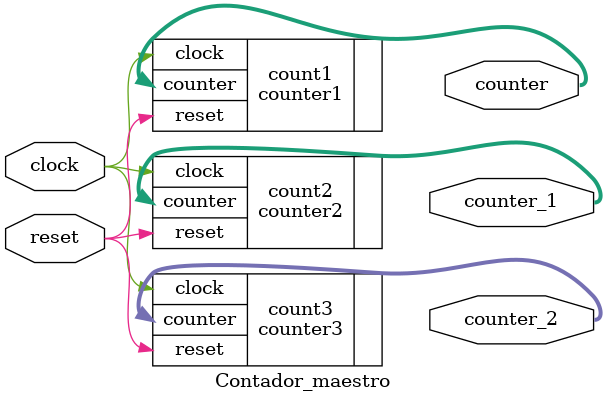
<source format=sv>
`timescale 1ns / 1ps


module Contador_maestro#(parameter N = 8)(
    input logic clock, reset,
    output logic [N-1:0] counter,
    output logic [N-1:0] counter_1,
    output logic [N-1:0] counter_2);
    
    counter1 #(.N(8)) count1(.clock(clock),
                             .reset(reset),
                             .counter(counter));
                             
    counter2 #(.N(8)) count2(.clock(clock),
                             .reset(reset),
                             .counter(counter_1));
                             
    counter3 #(.N(8)) count3(.clock(clock),
                             .reset(reset),
                             .counter(counter_2));                         
                             
                             
    
endmodule

</source>
